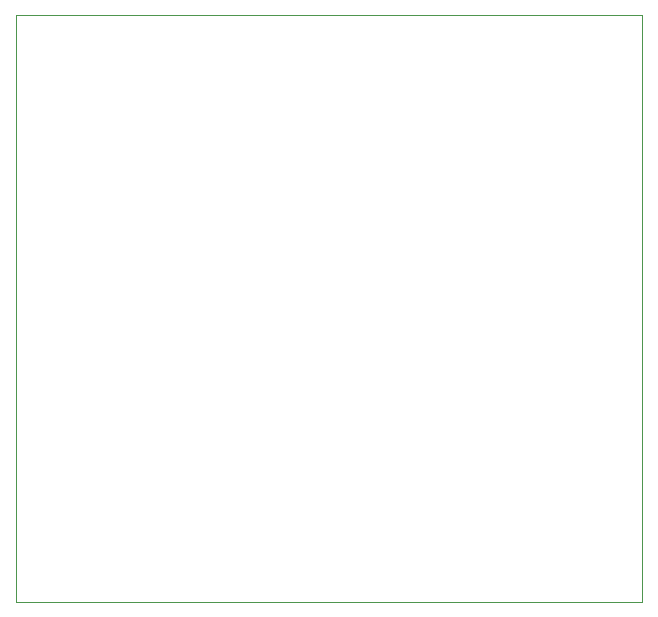
<source format=gbr>
G04 #@! TF.GenerationSoftware,KiCad,Pcbnew,7.0.9*
G04 #@! TF.CreationDate,2023-12-16T19:08:37+01:00*
G04 #@! TF.ProjectId,reactionGameBoard,72656163-7469-46f6-9e47-616d65426f61,rev?*
G04 #@! TF.SameCoordinates,PX243d580PY50343a0*
G04 #@! TF.FileFunction,Profile,NP*
%FSLAX46Y46*%
G04 Gerber Fmt 4.6, Leading zero omitted, Abs format (unit mm)*
G04 Created by KiCad (PCBNEW 7.0.9) date 2023-12-16 19:08:37*
%MOMM*%
%LPD*%
G01*
G04 APERTURE LIST*
G04 #@! TA.AperFunction,Profile*
%ADD10C,0.100000*%
G04 #@! TD*
G04 APERTURE END LIST*
D10*
X0Y49700000D02*
X53000000Y49700000D01*
X53000000Y0D01*
X0Y0D01*
X0Y49700000D01*
M02*

</source>
